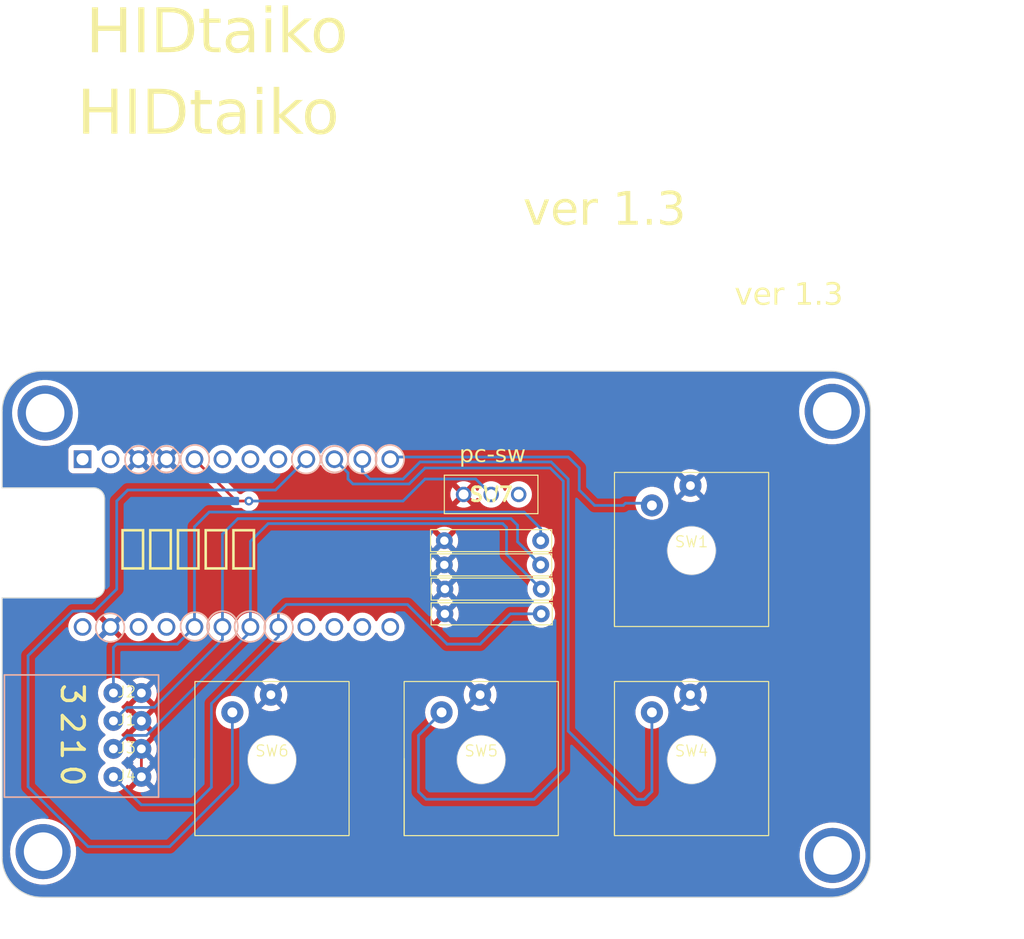
<source format=kicad_pcb>
(kicad_pcb (version 20221018) (generator pcbnew)
  (layers (0 "F.Cu" signal) (31 "B.Cu" signal) (34 "B.Paste" user) (35 "F.Paste" user) (36 "B.SilkS" user "B.Silkscreen") (37 "F.SilkS" user "F.Silkscreen") (38 "B.Mask" user) (39 "F.Mask" user) (44 "Edge.Cuts" user))
  (net 0 "")
  (net 1 "Net-(J1-Pin_1)")
  (net 2 "Net-(J1-Pin_2)")
  (net 3 "Net-(J2-Pin_1)")
  (net 4 "Net-(J3-Pin_1)")
  (net 5 "Net-(J4-Pin_1)")
  (net 6 "Net-(U1-B5{slash}9)")
  (net 7 "Net-(U1-B4{slash}8)")
  (net 8 "Net-(U1-E6{slash}7)")
  (net 9 "Net-(U1-D7{slash}6)")
  (net 10 "Net-(U1-SDA{slash}D1{slash}2)")
  (footprint "Library 自作:Redragon smd rgb mx" (layer "F.Cu") (at 146.1 97.4)
    (fp_text reference "SW6" (at 0 -0.7 unlocked) (layer "F.SilkS") (effects (font (thickness 0.1))))
    (fp_text value "SW_PUSH")
    (fp_line (start -7 0) (end -7 7) (stroke (width 0.1)) (layer "F.SilkS"))
    (fp_rect (start -7 7) (end 7 -7) (stroke (width 0.1)) (fill none) (layer "F.SilkS"))
    (fp_circle (center 0 0.1) (end 0 2.3) (stroke (width 0.05)) (fill none) (layer "Edge.Cuts"))
    (pad "1" thru_hole circle (at -3.6 -4.2) (size 2 2) (drill 0.9) (layers "*.Cu" "*.Mask") (net 9 "Net-(U1-D7{slash}6)"))
    (pad "2" thru_hole circle (at -0.1 -5.8) (size 2 2) (drill 0.8) (layers "*.Cu" "*.Mask") (net 2 "Net-(J1-Pin_2)"))
  )
  (footprint "Library 自作:2pinHedar" (layer "F.Cu") (at 132.9 94.38)
    (fp_text reference "J1" (at 0 -0.5 unlocked) (layer "F.SilkS") (effects (font (thickness 0.1))))
    (fp_text value "Conn_01x02_Pin" hide)
    (pad "1" thru_hole circle (at -1.2 -0.4) (size 1.8 1.8) (drill 0.8) (layers "*.Cu" "*.Mask") (net 1 "Net-(J1-Pin_1)"))
    (pad "2" thru_hole circle (at 1.34 -0.4) (size 1.8 1.8) (drill 0.8) (layers "*.Cu" "*.Mask") (net 2 "Net-(J1-Pin_2)"))
  )
  (footprint "Library 自作:2pinHedar" (layer "F.Cu") (at 132.9 99.46)
    (fp_text reference "J4" (at 0 -0.5 unlocked) (layer "F.SilkS") (effects (font (thickness 0.1))))
    (fp_text value "Conn_01x02_Pin" hide)
    (pad "1" thru_hole circle (at -1.2 -0.4) (size 1.8 1.8) (drill 0.8) (layers "*.Cu" "*.Mask") (net 5 "Net-(J4-Pin_1)"))
    (pad "2" thru_hole circle (at 1.34 -0.4) (size 1.8 1.8) (drill 0.8) (layers "*.Cu" "*.Mask") (net 2 "Net-(J1-Pin_2)"))
  )
  (footprint "Library nezi:m3 nezi" (layer "F.Cu") (at 204.589416 68.395)
    (fp_text reference "J2" hide)
    (fp_text value "Conn_02x05" hide)
    (pad "1" thru_hole circle (at -7.62 -2.54) (size 5 5) (drill 3.5) (layers "*.Cu" "*.Mask"))
  )
  (footprint "Library 自作:Redragon smd rgb mx" (layer "F.Cu") (at 184.2 97.4)
    (fp_text reference "SW4" (at 0 -0.7 unlocked) (layer "F.SilkS") (effects (font (thickness 0.1))))
    (fp_text value "SW_PUSH")
    (fp_line (start -7 0) (end -7 7) (stroke (width 0.1)) (layer "F.SilkS"))
    (fp_rect (start -7 7) (end 7 -7) (stroke (width 0.1)) (fill none) (layer "F.SilkS"))
    (fp_circle (center 0 0.1) (end 0 2.3) (stroke (width 0.05)) (fill none) (layer "Edge.Cuts"))
    (pad "1" thru_hole circle (at -3.6 -4.2) (size 2 2) (drill 0.9) (layers "*.Cu" "*.Mask") (net 7 "Net-(U1-B4{slash}8)"))
    (pad "2" thru_hole circle (at -0.1 -5.8) (size 2 2) (drill 0.8) (layers "*.Cu" "*.Mask") (net 2 "Net-(J1-Pin_2)"))
  )
  (footprint "Library 自作:Redragon smd rgb mx" (layer "F.Cu") (at 165.1 97.4)
    (fp_text reference "SW5" (at 0 -0.7 unlocked) (layer "F.SilkS") (effects (font (thickness 0.1))))
    (fp_text value "SW_PUSH")
    (fp_line (start -7 0) (end -7 7) (stroke (width 0.1)) (layer "F.SilkS"))
    (fp_rect (start -7 7) (end 7 -7) (stroke (width 0.1)) (fill none) (layer "F.SilkS"))
    (fp_circle (center 0 0.1) (end 0 2.3) (stroke (width 0.05)) (fill none) (layer "Edge.Cuts"))
    (pad "1" thru_hole circle (at -3.6 -4.2) (size 2 2) (drill 0.9) (layers "*.Cu" "*.Mask") (net 8 "Net-(U1-E6{slash}7)"))
    (pad "2" thru_hole circle (at -0.1 -5.8) (size 2 2) (drill 0.8) (layers "*.Cu" "*.Mask") (net 2 "Net-(J1-Pin_2)"))
  )
  (footprint "Library 自作:2pinHedar" (layer "F.Cu") (at 132.9 96.92)
    (fp_text reference "J3" (at 0 -0.5 unlocked) (layer "F.SilkS") (effects (font (thickness 0.1))))
    (fp_text value "Conn_01x02_Pin" hide)
    (pad "1" thru_hole circle (at -1.2 -0.4) (size 1.8 1.8) (drill 0.8) (layers "*.Cu" "*.Mask") (net 4 "Net-(J3-Pin_1)"))
    (pad "2" thru_hole circle (at 1.34 -0.4) (size 1.8 1.8) (drill 0.8) (layers "*.Cu" "*.Mask") (net 2 "Net-(J1-Pin_2)"))
  )
  (footprint "" (layer "F.Cu") (at 197 106.2)
    (fp_text reference "" (at 0 0) (layer "F.SilkS") (effects (font (size 1.27 1.27))))
    (fp_text value "" (at 0 0) (layer "F.SilkS") (effects (font (size 1.27 1.27))))
    (pad "1" thru_hole circle (at 0 0) (size 5 5) (drill 3.5) (layers "*.Cu" "*.Mask"))
  )
  (footprint "Library nezi:m3 nezi" (layer "F.Cu") (at 133.12 68.54)
    (fp_text reference "J2" hide)
    (fp_text value "Conn_02x05" hide)
    (pad "1" thru_hole circle (at -7.62 -2.54) (size 5 5) (drill 3.5) (layers "*.Cu" "*.Mask"))
  )
  (footprint "Library 自作:SS12D00G3" (layer "F.Cu") (at 166 73.4)
    (fp_text reference "SW7" (at 0 0) (layer "F.SilkS") (effects (font (size 1.27 1.27) (thickness 0.254))))
    (fp_text value "swpc" hide)
    (fp_line (start -4.25 -1.75) (end 4.25 -1.75) (stroke (width 0.1)) (layer "F.SilkS"))
    (fp_line (start -4.25 1.75) (end -4.25 -1.75) (stroke (width 0.1)) (layer "F.SilkS"))
    (fp_line (start 4.25 -1.75) (end 4.25 1.75) (stroke (width 0.1)) (layer "F.SilkS"))
    (fp_line (start 4.25 1.75) (end -4.25 1.75) (stroke (width 0.1)) (layer "F.SilkS"))
    (pad "1" thru_hole circle (at -2.5 0) (size 1.4 1.4) (drill 0.9) (layers "*.Cu" "*.Mask") (net 2 "Net-(J1-Pin_2)"))
    (pad "2" thru_hole circle (at 0 0) (size 1.4 1.4) (drill 0.9) (layers "*.Cu" "*.Mask") (net 10 "Net-(U1-SDA{slash}D1{slash}2)"))
    (pad "3" thru_hole circle (at 2.5 0) (size 1.4 1.4) (drill 0.9) (layers "*.Cu" "*.Mask"))
  )
  (footprint "Library 自作:スルーホールの一般的な　抵抗" (layer "F.Cu") (at 174.5 79.8 -90)
    (fp_text reference "R1" hide)
    (fp_text value "R" hide)
    (fp_line (start -1 3) (end -1 14) (stroke (width 0.1)) (layer "F.SilkS"))
    (fp_line (start -1 14) (end 1 14) (stroke (width 0.1)) (layer "F.SilkS"))
    (fp_line (start 1 3) (end -1 3) (stroke (width 0.1)) (layer "F.SilkS"))
    (fp_line (start 1 14) (end 1 3) (stroke (width 0.1)) (layer "F.SilkS"))
    (pad "1" thru_hole circle (at 0 4 270) (size 1.524 1.524) (drill 0.762) (layers "*.Cu" "*.Mask") (net 1 "Net-(J1-Pin_1)"))
    (pad "2" thru_hole circle (at 0 12.75 270) (size 1.524 1.524) (drill 0.762) (layers "*.Cu" "*.Mask") (net 2 "Net-(J1-Pin_2)"))
  )
  (footprint "Library 自作:2pinHedar" (layer "F.Cu") (at 132.9 91.84)
    (fp_text reference "J2" (at 0 -0.5 unlocked) (layer "F.SilkS") (effects (font (thickness 0.1))))
    (fp_text value "Conn_01x02_Pin" hide)
    (pad "1" thru_hole circle (at -1.2 -0.4) (size 1.8 1.8) (drill 0.8) (layers "*.Cu" "*.Mask") (net 3 "Net-(J2-Pin_1)"))
    (pad "2" thru_hole circle (at 1.34 -0.4) (size 1.8 1.8) (drill 0.8) (layers "*.Cu" "*.Mask") (net 2 "Net-(J1-Pin_2)"))
  )
  (footprint "Library nezi:m3 nezi" (layer "F.Cu") (at 132.935 108.395)
    (fp_text reference "J2" hide)
    (fp_text value "Conn_02x05" hide)
    (pad "1" thru_hole circle (at -7.62 -2.54) (size 5 5) (drill 3.5) (layers "*.Cu" "*.Mask"))
  )
  (footprint "Library 自作:スルーホールの一般的な　抵抗" (layer "F.Cu") (at 174.55 82 -90)
    (fp_text reference "R3" hide)
    (fp_text value "R" hide)
    (fp_line (start -1 3) (end -1 14) (stroke (width 0.1)) (layer "F.SilkS"))
    (fp_line (start -1 14) (end 1 14) (stroke (width 0.1)) (layer "F.SilkS"))
    (fp_line (start 1 3) (end -1 3) (stroke (width 0.1)) (layer "F.SilkS"))
    (fp_line (start 1 14) (end 1 3) (stroke (width 0.1)) (layer "F.SilkS"))
    (pad "1" thru_hole circle (at 0 4 270) (size 1.524 1.524) (drill 0.762) (layers "*.Cu" "*.Mask") (net 4 "Net-(J3-Pin_1)"))
    (pad "2" thru_hole circle (at 0 12.75 270) (size 1.524 1.524) (drill 0.762) (layers "*.Cu" "*.Mask") (net 2 "Net-(J1-Pin_2)"))
  )
  (footprint "Library 自作:スルーホールの一般的な　抵抗" (layer "F.Cu") (at 174.5 77.6 -90)
    (fp_text reference "R2" hide)
    (fp_text value "R" hide)
    (fp_line (start -1 3) (end -1 14) (stroke (width 0.1)) (layer "F.SilkS"))
    (fp_line (start -1 14) (end 1 14) (stroke (width 0.1)) (layer "F.SilkS"))
    (fp_line (start 1 3) (end -1 3) (stroke (width 0.1)) (layer "F.SilkS"))
    (fp_line (start 1 14) (end 1 3) (stroke (width 0.1)) (layer "F.SilkS"))
    (pad "1" thru_hole circle (at 0 4 270) (size 1.524 1.524) (drill 0.762) (layers "*.Cu" "*.Mask") (net 3 "Net-(J2-Pin_1)"))
    (pad "2" thru_hole circle (at 0 12.75 270) (size 1.524 1.524) (drill 0.762) (layers "*.Cu" "*.Mask") (net 2 "Net-(J1-Pin_2)"))
  )
  (footprint "Library 自作:スルーホールの一般的な　抵抗" (layer "F.Cu") (at 174.55 84.25 -90)
    (fp_text reference "R4" hide)
    (fp_text value "R" hide)
    (fp_line (start -1 3) (end -1 14) (stroke (width 0.1)) (layer "F.SilkS"))
    (fp_line (start -1 14) (end 1 14) (stroke (width 0.1)) (layer "F.SilkS"))
    (fp_line (start 1 3) (end -1 3) (stroke (width 0.1)) (layer "F.SilkS"))
    (fp_line (start 1 14) (end 1 3) (stroke (width 0.1)) (layer "F.SilkS"))
    (pad "1" thru_hole circle (at 0 4 270) (size 1.524 1.524) (drill 0.762) (layers "*.Cu" "*.Mask") (net 5 "Net-(J4-Pin_1)"))
    (pad "2" thru_hole circle (at 0 12.75 270) (size 1.524 1.524) (drill 0.762) (layers "*.Cu" "*.Mask") (net 2 "Net-(J1-Pin_2)"))
  )
  (footprint "Library 自作:Redragon smd rgb mx" (layer "F.Cu") (at 184.2 78.4)
    (fp_text reference "SW1" (at 0 -0.7 unlocked) (layer "F.SilkS") (effects (font (thickness 0.1))))
    (fp_text value "SW_PUSH")
    (fp_line (start -7 0) (end -7 7) (stroke (width 0.1)) (layer "F.SilkS"))
    (fp_rect (start -7 7) (end 7 -7) (stroke (width 0.1)) (fill none) (layer "F.SilkS"))
    (fp_circle (center 0 0.1) (end 0 2.3) (stroke (width 0.05)) (fill none) (layer "Edge.Cuts"))
    (pad "1" thru_hole circle (at -3.6 -4) (size 2 2) (drill 0.9) (layers "*.Cu" "*.Mask") (net 6 "Net-(U1-B5{slash}9)"))
    (pad "2" thru_hole circle (at -0.1 -5.8) (size 2 2) (drill 0.8) (layers "*.Cu" "*.Mask") (net 2 "Net-(J1-Pin_2)"))
  )
  (footprint "Library 自作:ProMicro-NoSilk" (layer "B.Cu") (at 142.87 77.82)
    (fp_text reference "U1" hide)
    (fp_text value "ProMicro")
    (pad "1" thru_hole rect (at -13.97 -7.62) (size 1.6 1.6) (drill 1.1) (layers "*.Cu" "*.Mask"))
    (pad "2" thru_hole circle (at -11.43 -7.62) (size 1.6 1.6) (drill 1.1) (layers "*.Cu" "*.Mask"))
    (pad "3" thru_hole circle (at -8.89 -7.62) (size 1.6 1.6) (drill 1.1) (layers "*.Cu" "*.Mask") (net 2 "Net-(J1-Pin_2)"))
    (pad "4" thru_hole circle (at -6.35 -7.62) (size 1.6 1.6) (drill 1.1) (layers "*.Cu" "*.Mask") (net 2 "Net-(J1-Pin_2)"))
    (pad "5" thru_hole circle (at -3.81 -7.62) (size 1.6 1.6) (drill 1.1) (layers "*.Cu" "*.Mask") (net 10 "Net-(U1-SDA{slash}D1{slash}2)"))
    (pad "6" thru_hole circle (at -1.27 -7.62) (size 1.6 1.6) (drill 1.1) (layers "*.Cu" "*.Mask"))
    (pad "7" thru_hole circle (at 1.27 -7.62) (size 1.6 1.6) (drill 1.1) (layers "*.Cu" "*.Mask"))
    (pad "8" thru_hole circle (at 3.81 -7.62) (size 1.6 1.6) (drill 1.1) (layers "*.Cu" "*.Mask"))
    (pad "9" thru_hole circle (at 6.35 -7.62) (size 1.6 1.6) (drill 1.1) (layers "*.Cu" "*.Mask") (net 9 "Net-(U1-D7{slash}6)"))
    (pad "10" thru_hole circle (at 8.89 -7.62) (size 1.6 1.6) (drill 1.1) (layers "*.Cu" "*.Mask") (net 8 "Net-(U1-E6{slash}7)"))
    (pad "11" thru_hole circle (at 11.43 -7.62) (size 1.6 1.6) (drill 1.1) (layers "*.Cu" "*.Mask") (net 7 "Net-(U1-B4{slash}8)"))
    (pad "12" thru_hole circle (at 13.97 -7.62) (size 1.6 1.6) (drill 1.1) (layers "*.Cu" "*.Mask") (net 6 "Net-(U1-B5{slash}9)"))
    (pad "13" thru_hole circle (at 13.97 7.62) (size 1.6 1.6) (drill 1.1) (layers "*.Cu" "*.Mask"))
    (pad "14" thru_hole circle (at 11.43 7.62) (size 1.6 1.6) (drill 1.1) (layers "*.Cu" "*.Mask"))
    (pad "15" thru_hole circle (at 8.89 7.62) (size 1.6 1.6) (drill 1.1) (layers "*.Cu" "*.Mask"))
    (pad "16" thru_hole circle (at 6.35 7.62) (size 1.6 1.6) (drill 1.1) (layers "*.Cu" "*.Mask"))
    (pad "17" thru_hole circle (at 3.81 7.62) (size 1.6 1.6) (drill 1.1) (layers "*.Cu" "*.Mask") (net 5 "Net-(J4-Pin_1)"))
    (pad "18" thru_hole circle (at 1.27 7.62) (size 1.6 1.6) (drill 1.1) (layers "*.Cu" "*.Mask") (net 4 "Net-(J3-Pin_1)"))
    (pad "19" thru_hole circle (at -1.27 7.62) (size 1.6 1.6) (drill 1.1) (layers "*.Cu" "*.Mask") (net 1 "Net-(J1-Pin_1)"))
    (pad "20" thru_hole circle (at -3.81 7.62) (size 1.6 1.6) (drill 1.1) (layers "*.Cu" "*.Mask") (net 3 "Net-(J2-Pin_1)"))
    (pad "21" thru_hole circle (at -6.35 7.62) (size 1.6 1.6) (drill 1.1) (layers "*.Cu" "*.Mask"))
    (pad "22" thru_hole circle (at -8.89 7.62) (size 1.6 1.6) (drill 1.1) (layers "*.Cu" "*.Mask"))
    (pad "23" thru_hole circle (at -11.43 7.62) (size 1.6 1.6) (drill 1.1) (layers "*.Cu" "*.Mask") (net 2 "Net-(J1-Pin_2)"))
    (pad "24" thru_hole circle (at -13.97 7.62) (size 1.6 1.6) (drill 1.1) (layers "*.Cu" "*.Mask"))
  )
  (gr_circle (center 156.8 70.2) (end 155.5 70.2) (stroke (width 0.15)) (fill none) (layer "B.SilkS"))
  (gr_circle (center 149.2 70.2) (end 149.2 71.5) (stroke (width 0.15)) (fill none) (layer "B.SilkS"))
  (gr_line (start 121.8 89.8) (end 121.8 100.9) (stroke (width 0.15)) (layer "B.SilkS"))
  (gr_circle (center 134 70.25) (end 134 71.5) (stroke (width 0.15)) (fill none) (layer "B.SilkS"))
  (gr_circle (center 144.1 85.4) (end 144.1 86.8) (stroke (width 0.15)) (fill none) (layer "B.SilkS"))
  (gr_circle (center 139.1 70.2) (end 139.1 71.5) (stroke (width 0.15)) (fill none) (layer "B.SilkS"))
  (gr_circle (center 136.5 70.2) (end 136.5 71.4) (stroke (width 0.15)) (fill none) (layer "B.SilkS"))
  (gr_circle (center 146.7 85.5) (end 146.7 86.8) (stroke (width 0.15)) (fill none) (layer "B.SilkS"))
  (gr_circle (center 151.8 70.2) (end 151.8 71.4) (stroke (width 0.15)) (fill none) (layer "B.SilkS"))
  (gr_line (start 135.8 100.9) (end 135.8 89.8) (stroke (width 0.15)) (layer "B.SilkS"))
  (gr_circle (center 139.1 85.4) (end 139.1 86.7) (stroke (width 0.15)) (fill none) (layer "B.SilkS"))
  (gr_circle (center 154.3 70.2) (end 154.3 71.5) (stroke (width 0.15)) (fill none) (layer "B.SilkS"))
  (gr_circle (center 141.6 85.4) (end 141.6 86.8) (stroke (width 0.15)) (fill none) (layer "B.SilkS"))
  (gr_line (start 135.8 89.8) (end 121.8 89.8) (stroke (width 0.15)) (layer "B.SilkS"))
  (gr_line (start 121.8 100.9) (end 135.8 100.9) (stroke (width 0.15)) (layer "B.SilkS"))
  (gr_circle (center 131.4 85.5) (end 131.4 86.8) (stroke (width 0.15)) (fill none) (layer "B.SilkS"))
  (gr_arc (start 130.9 81.8) (mid 130.607107 82.507107) (end 129.9 82.8) (stroke (width 0.1)) (layer "Edge.Cuts"))
  (gr_line (start 196.854416 110) (end 125.2 110) (stroke (width 0.1)) (layer "Edge.Cuts"))
  (gr_arc (start 200.454416 106.4) (mid 199.4 108.945584) (end 196.854416 110) (stroke (width 0.1)) (layer "Edge.Cuts"))
  (gr_line (start 130.9 81.8) (end 130.9 73.8) (stroke (width 0.1)) (layer "Edge.Cuts"))
  (gr_line (start 200.454416 65.8) (end 200.454416 106.4) (stroke (width 0.1)) (layer "Edge.Cuts"))
  (gr_arc (start 121.6 65.8) (mid 122.654416 63.254416) (end 125.2 62.2) (stroke (width 0.1)) (layer "Edge.Cuts"))
  (gr_arc (start 125.2 110) (mid 122.654416 108.945584) (end 121.6 106.4) (stroke (width 0.1)) (layer "Edge.Cuts"))
  (gr_line (start 121.6 82.8) (end 129.9 82.8) (stroke (width 0.1)) (layer "Edge.Cuts"))
  (gr_line (start 129.9 72.8) (end 121.6 72.8) (stroke (width 0.1)) (layer "Edge.Cuts"))
  (gr_line (start 121.6 82.8) (end 121.6 106.4) (stroke (width 0.1)) (layer "Edge.Cuts"))
  (gr_arc (start 129.9 72.8) (mid 130.607107 73.092893) (end 130.9 73.8) (stroke (width 0.1)) (layer "Edge.Cuts"))
  (gr_line (start 121.6 72.8) (end 121.6 65.8) (stroke (width 0.1)) (layer "Edge.Cuts"))
  (gr_line (start 125.2 62.2) (end 196.854416 62.2) (stroke (width 0.1)) (layer "Edge.Cuts"))
  (gr_arc (start 196.854416 62.2) (mid 199.4 63.254416) (end 200.454416 65.8) (stroke (width 0.1)) (layer "Edge.Cuts"))
  (gr_text "HIDtaiko	" (at 134.4 67.5) (layer "F.Cu") (effects (font (size 4 4)) (justify left bottom)))
  (gr_text "ver 1.3" (at 173.5 67.2) (layer "F.Cu") (effects (font (size 2 2)) (justify left bottom)))
  (gr_text "pc-sw " (at 163.1 70.7) (layer "F.SilkS") (effects (font (size 1.5 1.5) (thickness 0.3)) (justify left bottom)))
  (gr_text "ver 1.3" (at 168.9 49.4) (layer "F.SilkS") (effects (font (size 3 3)) (justify left bottom)))
  (gr_text "3" (at 126.8 90.4 270) (layer "F.SilkS") (effects (font (size 2 2) (thickness 0.3)) (justify left bottom)))
  (gr_text "HIDtaiko" (at 128.4 41.3) (layer "F.SilkS") (effects (font (size 4 4)) (justify left bottom)))
  (gr_text "ver 1.3" (at 188.1 56.5) (layer "F.SilkS") (effects (font (size 2 2)) (justify left bottom)))
  (gr_text "0\n" (at 126.8 97.8 270) (layer "F.SilkS") (effects (font (size 2 2) (thickness 0.3)) (justify left bottom)))
  (gr_text "1" (at 126.8 95.4 270) (layer "F.SilkS") (effects (font (size 2 2) (thickness 0.3)) (justify left bottom)))
  (gr_text "おうち太鼓" (at 132.2 80) (layer "F.SilkS") (effects (font (size 3 3) (thickness 0.3) bold) (justify left bottom)))
  (gr_text "HIDtaiko" (at 129.2 33.9) (layer "F.SilkS") (effects (font (size 4 4)) (justify left bottom)))
  (gr_text "2\n" (at 126.8 93 270) (layer "F.SilkS") (effects (font (size 2 2) (thickness 0.3)) (justify left bottom)))
  (segment (start 131.7 93.98) (end 132.925 92.755) (width 0.25) (layer "B.Cu") (net 1))
  (segment (start 170.5 79.8) (end 168.4 77.7) (width 0.25) (layer "B.Cu") (net 1))
  (segment (start 168.4 77.7) (end 168.4 76.2) (width 0.25) (layer "B.Cu") (net 1))
  (segment (start 141.6 77) (end 141.6 85.44) (width 0.25) (layer "B.Cu") (net 1))
  (segment (start 132.925 92.755) (end 135.41637 92.755) (width 0.25) (layer "B.Cu") (net 1))
  (segment (start 135.41637 92.755) (end 141.6 86.57137) (width 0.25) (layer "B.Cu") (net 1))
  (segment (start 143 75.6) (end 141.6 77) (width 0.25) (layer "B.Cu") (net 1))
  (segment (start 167.8 75.6) (end 143 75.6) (width 0.25) (layer "B.Cu") (net 1))
  (segment (start 168.4 76.2) (end 167.8 75.6) (width 0.25) (layer "B.Cu") (net 1))
  (segment (start 141.6 86.57137) (end 141.6 85.44) (width 0.25) (layer "B.Cu") (net 1))
  (segment (start 134.24 99.06) (end 134.24 96.52) (width 0.25) (layer "F.Cu") (net 2))
  (segment (start 169 75) (end 140.4 75) (width 0.25) (layer "B.Cu") (net 3))
  (segment (start 131.7 91.44) (end 131.7 87.3) (width 0.25) (layer "B.Cu") (net 3))
  (segment (start 137.5 87) (end 139.06 85.44) (width 0.25) (layer "B.Cu") (net 3))
  (segment (start 170.5 76.5) (end 169 75) (width 0.25) (layer "B.Cu") (net 3))
  (segment (start 132 87) (end 137.5 87) (width 0.25) (layer "B.Cu") (net 3))
  (segment (start 139.06 76.34) (end 139.06 85.44) (width 0.25) (layer "B.Cu") (net 3))
  (segment (start 140.4 75) (end 139.06 76.34) (width 0.25) (layer "B.Cu") (net 3))
  (segment (start 170.5 77.6) (end 170.5 76.5) (width 0.25) (layer "B.Cu") (net 3))
  (segment (start 131.7 87.3) (end 132 87) (width 0.25) (layer "B.Cu") (net 3))
  (segment (start 170.55 82) (end 167.4 78.85) (width 0.25) (layer "B.Cu") (net 4))
  (segment (start 167.4 76.4) (end 167.05 76.05) (width 0.25) (layer "B.Cu") (net 4))
  (segment (start 134.705 95.295) (end 144.14 85.86) (width 0.25) (layer "B.Cu") (net 4))
  (segment (start 131.7 96.52) (end 132.925 95.295) (width 0.25) (layer "B.Cu") (net 4))
  (segment (start 145.75 76.05) (end 144.14 77.66) (width 0.25) (layer "B.Cu") (net 4))
  (segment (start 167.05 76.05) (end 145.75 76.05) (width 0.25) (layer "B.Cu") (net 4))
  (segment (start 167.4 78.85) (end 167.4 76.4) (width 0.25) (layer "B.Cu") (net 4))
  (segment (start 132.925 95.295) (end 134.705 95.295) (width 0.25) (layer "B.Cu") (net 4))
  (segment (start 144.14 77.66) (end 144.14 85.44) (width 0.25) (layer "B.Cu") (net 4))
  (segment (start 144.14 85.86) (end 144.14 85.44) (width 0.25) (layer "B.Cu") (net 4))
  (segment (start 147.4 83.4) (end 146.68 84.12) (width 0.25) (layer "B.Cu") (net 5))
  (segment (start 140.6 92.4) (end 140.6 100) (width 0.25) (layer "B.Cu") (net 5))
  (segment (start 146.68 85.44) (end 146.68 86.32) (width 0.25) (layer "B.Cu") (net 5))
  (segment (start 134.24 101.6) (end 131.7 99.06) (width 0.25) (layer "B.Cu") (net 5))
  (segment (start 165 87) (end 162 87) (width 0.25) (layer "B.Cu") (net 5))
  (segment (start 162 87) (end 158.4 83.4) (width 0.25) (layer "B.Cu") (net 5))
  (segment (start 139 101.6) (end 134.24 101.6) (width 0.25) (layer "B.Cu") (net 5))
  (segment (start 140.6 100) (end 139 101.6) (width 0.25) (layer "B.Cu") (net 5))
  (segment (start 146.68 84.12) (end 146.68 85.44) (width 0.25) (layer "B.Cu") (net 5))
  (segment (start 167.75 84.25) (end 165 87) (width 0.25) (layer "B.Cu") (net 5))
  (segment (start 170.55 84.25) (end 167.75 84.25) (width 0.25) (layer "B.Cu") (net 5))
  (segment (start 146.68 86.32) (end 140.6 92.4) (width 0.25) (layer "B.Cu") (net 5))
  (segment (start 158.4 83.4) (end 147.4 83.4) (width 0.25) (layer "B.Cu") (net 5))
  (segment (start 178 74.4) (end 178.2 74.2) (width 0.25) (layer "B.Cu") (net 6))
  (segment (start 173 70) (end 174 71) (width 0.25) (layer "B.Cu") (net 6))
  (segment (start 156.84 70.2) (end 157.04 70) (width 0.25) (layer "B.Cu") (net 6))
  (segment (start 174 73) (end 175.4 74.4) (width 0.25) (layer "B.Cu") (net 6))
  (segment (start 157.04 70) (end 173 70) (width 0.25) (layer "B.Cu") (net 6))
  (segment (start 178.2 74.2) (end 180.6 74.2) (width 0.25) (layer "B.Cu") (net 6))
  (segment (start 174 71) (end 174 73) (width 0.25) (layer "B.Cu") (net 6))
  (segment (start 175.4 74.4) (end 178 74.4) (width 0.25) (layer "B.Cu") (net 6))
  (segment (start 171.45 70.45) (end 173 72) (width 0.25) (layer "B.Cu") (net 7))
  (segment (start 154.3 71.3) (end 155 72) (width 0.25) (layer "B.Cu") (net 7))
  (segment (start 173 94.9) (end 179.2 101.1) (width 0.25) (layer "B.Cu") (net 7))
  (segment (start 159.55 70.45) (end 171.45 70.45) (width 0.25) (layer "B.Cu") (net 7))
  (segment (start 154.3 70.2) (end 154.3 71.3) (width 0.25) (layer "B.Cu") (net 7))
  (segment (start 179.9 101.1) (end 180.6 100.4) (width 0.25) (layer "B.Cu") (net 7))
  (segment (start 179.2 101.1) (end 179.9 101.1) (width 0.25) (layer "B.Cu") (net 7))
  (segment (start 155 72) (end 158 72) (width 0.25) (layer "B.Cu") (net 7))
  (segment (start 158 72) (end 159.55 70.45) (width 0.25) (layer "B.Cu") (net 7))
  (segment (start 180.6 100.4) (end 180.6 93.2) (width 0.25) (layer "B.Cu") (net 7))
  (segment (start 173 72) (end 173 94.9) (width 0.25) (layer "B.Cu") (net 7))
  (segment (start 153.45 72.45) (end 158.55 72.45) (width 0.25) (layer "B.Cu") (net 8))
  (segment (start 159.4 100.4) (end 159.4 95.3) (width 0.25) (layer "B.Cu") (net 8))
  (segment (start 158.55 72.45) (end 160 71) (width 0.25) (layer "B.Cu") (net 8))
  (segment (start 160 71) (end 171.363604 71) (width 0.25) (layer "B.Cu") (net 8))
  (segment (start 153 72) (end 153.45 72.45) (width 0.25) (layer "B.Cu") (net 8))
  (segment (start 159.4 95.3) (end 161.5 93.2) (width 0.25) (layer "B.Cu") (net 8))
  (segment (start 153 71.44) (end 153 72) (width 0.25) (layer "B.Cu") (net 8))
  (segment (start 151.76 70.2) (end 153 71.44) (width 0.25) (layer "B.Cu") (net 8))
  (segment (start 172.55 98.45) (end 169.9 101.1) (width 0.25) (layer "B.Cu") (net 8))
  (segment (start 169.9 101.1) (end 160.1 101.1) (width 0.25) (layer "B.Cu") (net 8))
  (segment (start 160.1 101.1) (end 159.4 100.4) (width 0.25) (layer "B.Cu") (net 8))
  (segment (start 172.55 72.186396) (end 172.55 98.45) (width 0.25) (layer "B.Cu") (net 8))
  (segment (start 171.363604 71) (end 172.55 72.186396) (width 0.25) (layer "B.Cu") (net 8))
  (segment (start 146.42 73) (end 149.22 70.2) (width 0.25) (layer "B.Cu") (net 9))
  (segment (start 133 73) (end 146.42 73) (width 0.25) (layer "B.Cu") (net 9))
  (segment (start 130 84) (end 132 82) (width 0.25) (layer "B.Cu") (net 9))
  (segment (start 142.5 99.7) (end 136.8 105.4) (width 0.25) (layer "B.Cu") (net 9))
  (segment (start 123.95 88.05) (end 128 84) (width 0.25) (layer "B.Cu") (net 9))
  (segment (start 142.5 93.2) (end 142.5 99.7) (width 0.25) (layer "B.Cu") (net 9))
  (segment (start 136.8 105.4) (end 129.4 105.4) (width 0.25) (layer "B.Cu") (net 9))
  (segment (start 132 82) (end 132 74) (width 0.25) (layer "B.Cu") (net 9))
  (segment (start 128 84) (end 130 84) (width 0.25) (layer "B.Cu") (net 9))
  (segment (start 129.4 105.4) (end 123.95 99.95) (width 0.25) (layer "B.Cu") (net 9))
  (segment (start 123.95 99.95) (end 123.95 88.05) (width 0.25) (layer "B.Cu") (net 9))
  (segment (start 132 74) (end 133 73) (width 0.25) (layer "B.Cu") (net 9))
  (segment (start 144 74) (end 142.86 74) (width 0.25) (layer "F.Cu") (net 10))
  (segment (start 142.86 74) (end 139.06 70.2) (width 0.25) (layer "F.Cu") (net 10))
  (via (at 144 74) (size 0.8) (drill 0.4) (layers "F.Cu" "B.Cu") (net 10))
  (segment (start 158 74) (end 144 74) (width 0.25) (layer "B.Cu") (net 10))
  (segment (start 164.6 72) (end 163 72) (width 0.25) (layer "B.Cu") (net 10))
  (segment (start 160 72) (end 158 74) (width 0.25) (layer "B.Cu") (net 10))
  (segment (start 163 72) (end 160 72) (width 0.25) (layer "B.Cu") (net 10))
  (segment (start 166 73.4) (end 164.6 72) (width 0.25) (layer "B.Cu") (net 10))
  (zone (net 2) (net_name "Net-(J1-Pin_2)") (layer "F.Cu") (priority 1) (connect_pads (clearance 0.5)) (min_thickness 0.25) (fill yes (thermal_gap 0.5) (thermal_bridge_width 0.5))
    (polygon (pts (xy 121.6 110) (xy 121.6 68.8) (xy 200.4 68.8) (xy 200.4 109.8) (xy 200.2 110)))
  )
  (zone (net 2) (net_name "Net-(J1-Pin_2)") (layer "B.Cu") (connect_pads (clearance 0.5)) (min_thickness 0.25) (fill yes (thermal_gap 0.5) (thermal_bridge_width 0.5))
    (polygon (pts (xy 121.6 110) (xy 121.6 57.4) (xy 201.8 57.4) (xy 214.4 70) (xy 214.4 113.8) (xy 125.6 113.8) (xy 121.4 109.6) (xy 121.4 109.8)))
  )
)
</source>
